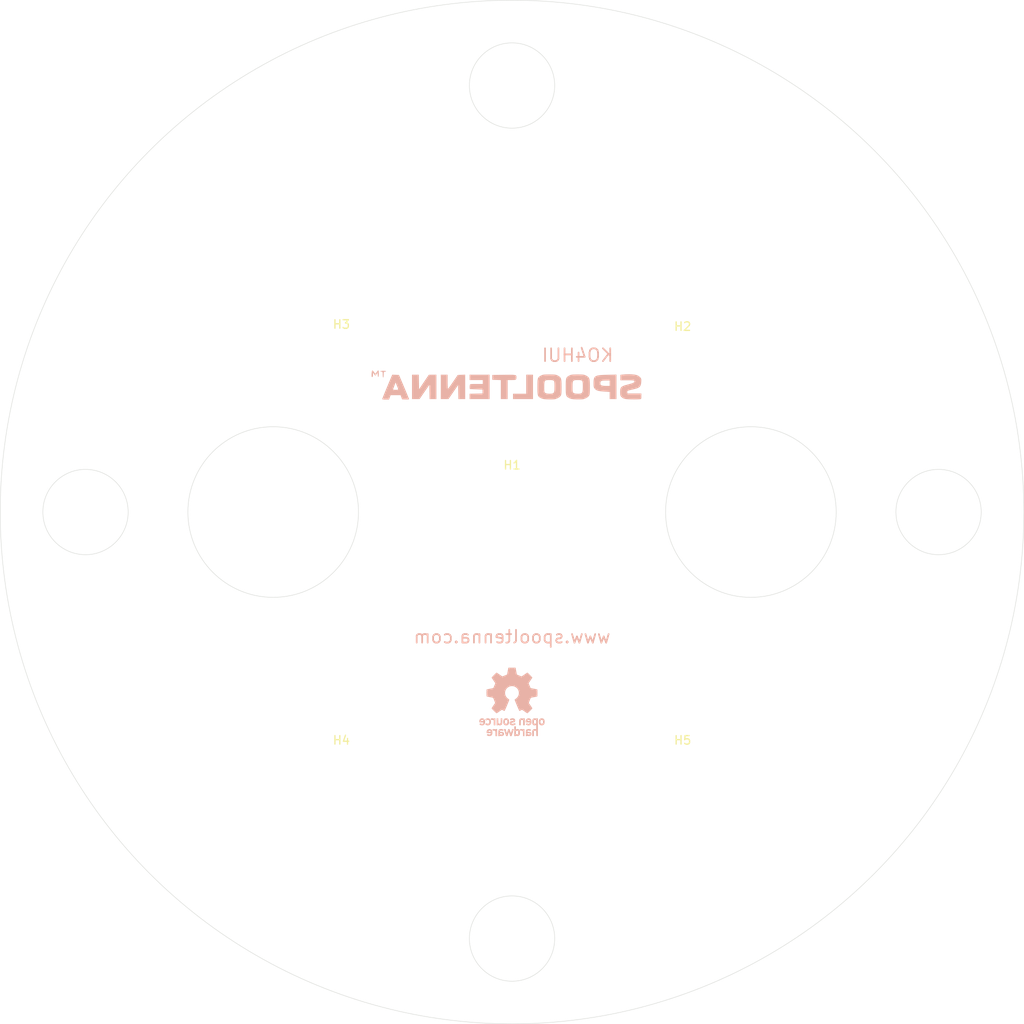
<source format=kicad_pcb>
(kicad_pcb (version 20240108) (generator "pcbnew") (generator_version "8.0")
  (layers (0 "F.Cu" signal) (31 "B.Cu" signal) (34 "B.Paste" user) (35 "F.Paste" user) (36 "B.SilkS" user "B.Silkscreen") (37 "F.SilkS" user "F.Silkscreen") (38 "B.Mask" user) (39 "F.Mask" user) (44 "Edge.Cuts" user))
  (net 0 "")
  (footprint "MountingHole:MountingHole_3.2mm_M3" (layer "F.Cu") (at 124.8 124.8)
    (property "Reference" "H5" (at -4.8 1.95 0) (layer "F.SilkS"))
    (property "Value" "MountingHole")
    (pad "" np_thru_hole circle (at 0 0) (size 3.2 3.2) (drill 3.2) (layers "*.Cu" "*.Mask"))
  )
  (footprint "MountingHole:MountingHole_8.4mm_M8" (layer "F.Cu") (at 100 100)
    (property "Reference" "H1" (at 0 -5.5 0) (layer "F.SilkS"))
    (property "Value" "MountingHole" (hide yes))
    (pad "" np_thru_hole circle (at 0 0) (size 8.4 8.4) (drill 8.4) (layers "*.Cu" "*.Mask"))
  )
  (footprint "MountingHole:MountingHole_3.2mm_M3" (layer "F.Cu") (at 75.2 75.2)
    (property "Reference" "H3" (at 4.8 2.8 0) (layer "F.SilkS"))
    (property "Value" "MountingHole")
    (pad "" np_thru_hole circle (at 0 0) (size 3.2 3.2) (drill 3.2) (layers "*.Cu" "*.Mask"))
  )
  (footprint "MountingHole:MountingHole_3.2mm_M3" (layer "F.Cu") (at 75.2 124.8)
    (property "Reference" "H4" (at 4.8 1.95 0) (layer "F.SilkS"))
    (property "Value" "MountingHole")
    (pad "" np_thru_hole circle (at 0 0) (size 3.2 3.2) (drill 3.2) (layers "*.Cu" "*.Mask"))
  )
  (footprint "MountingHole:MountingHole_3.2mm_M3" (layer "F.Cu") (at 124.8 75.2)
    (property "Reference" "H2" (at -4.8 3.05 0) (layer "F.SilkS"))
    (property "Value" "MountingHole")
    (pad "" np_thru_hole circle (at 0 0) (size 3.2 3.2) (drill 3.2) (layers "*.Cu" "*.Mask"))
  )
  (footprint "footprints:SPOOLTENNA_LOGO" (layer "B.Cu") (at 100 85.5 180)
    (property "Reference" "G***" (hide yes))
    (property "Value" "LOGO" (hide yes))
    (fp_poly (pts (xy -1.659009 0.486261) (xy -1.659009 -0.62928) (xy -0.886712 -0.62928) (xy -0.114414 -0.62928) (xy -0.114414 -0.943919) (xy -0.114414 -1.258559) (xy -1.287162 -1.258559) (xy -2.45991 -1.258559) (xy -2.45991 0.171621) (xy -2.45991 1.601802) (xy -2.059459 1.601802) (xy -1.659009 1.601802)) (fill solid) (layer "B.SilkS"))
    (fp_poly (pts (xy 11.727478 0.171621) (xy 11.727478 -1.258559) (xy 11.284122 -1.25844) (xy 10.840766 -1.258322) (xy 10.268694 -0.424926) (xy 9.696622 0.408469) (xy 9.680791 -0.425045) (xy 9.664959 -1.258559) (xy 9.266038 -1.258559) (xy 8.867117 -1.258559) (xy 8.867117 0.171621) (xy 8.867117 1.601802) (xy 9.310473 1.599488) (xy 9.753829 1.597175) (xy 10.325901 0.747996) (xy 10.897973 -0.101182) (xy 10.913765 0.75031) (xy 10.929557 1.601802) (xy 11.328517 1.601802) (xy 11.727478 1.601802)) (fill solid) (layer "B.SilkS"))
    (fp_poly (pts (xy 15.285534 2.050775) (xy 15.409487 2.028087) (xy 15.445946 2.002252) (xy 15.396989 1.959248) (xy 15.302928 1.945045) (xy 15.223666 1.937777) (xy 15.180872 1.898063) (xy 15.163352 1.799037) (xy 15.159913 1.613833) (xy 15.15991 1.601802) (xy 15.151225 1.418971) (xy 15.128538 1.295018) (xy 15.102703 1.258558) (xy 15.072231 1.310666) (xy 15.051572 1.44679) (xy 15.045496 1.601802) (xy 15.042467 1.792031) (xy 15.02592 1.894736) (xy 14.984659 1.936783) (xy 14.90749 1.945037) (xy 14.902478 1.945045) (xy 14.794967 1.964628) (xy 14.759459 2.002252) (xy 14.811567 2.032724) (xy 14.947691 2.053383) (xy 15.102703 2.059459)) (fill solid) (layer "B.SilkS"))
    (fp_poly (pts (xy 0.574929 1.592561) (xy 0.94795 1.588559) (xy 2.316892 1.573198) (xy 2.316892 1.287162) (xy 2.316892 1.001126) (xy 1.816329 0.984597) (xy 1.315766 0.968068) (xy 1.315766 -0.145245) (xy 1.315766 -1.258559) (xy 0.915315 -1.258559) (xy 0.514865 -1.258559) (xy 0.514865 -0.143018) (xy 0.514865 0.972522) (xy 0.034724 0.972522) (xy -0.219479 0.976982) (xy -0.38041 0.998891) (xy -0.469114 1.051047) (xy -0.506639 1.146246) (xy -0.51403 1.297284) (xy -0.513989 1.306143) (xy -0.511729 1.397302) (xy -0.497401 1.467588) (xy -0.457917 1.519529) (xy -0.380188 1.555655) (xy -0.251127 1.578492) (xy -0.057645 1.59057) (xy 0.213344 1.594417)) (fill solid) (layer "B.SilkS"))
    (fp_poly (pts (xy 5.92981 1.589906) (xy 6.367728 1.573198) (xy 6.916634 0.760615) (xy 7.09895 0.494101) (xy 7.260721 0.263989) (xy 7.390683 0.085796) (xy 7.477572 -0.024963) (xy 7.508446 -0.054588) (xy 7.523611 -0.001699) (xy 7.536422 0.14557) (xy 7.545841 0.367193) (xy 7.550828 0.643142) (xy 7.551351 0.772297) (xy 7.551351 1.601802) (xy 7.951802 1.601802) (xy 8.352252 1.601802) (xy 8.352252 0.171621) (xy 8.352252 -1.258559) (xy 7.901235 -1.258559) (xy 7.450217 -1.258559) (xy 6.885807 -0.436338) (xy 6.321396 0.385883) (xy 6.305565 -0.436338) (xy 6.289734 -1.258559) (xy 5.890813 -1.258559) (xy 5.491892 -1.258559) (xy 5.491892 0.174028) (xy 5.491892 1.606614)) (fill solid) (layer "B.SilkS"))
    (fp_poly (pts (xy 4.977027 1.287162) (xy 4.977027 0.972522) (xy 4.20473 0.972522) (xy 3.432432 0.972522) (xy 3.432432 0.743693) (xy 3.432432 0.514865) (xy 4.175036 0.514865) (xy 4.47814 0.514185) (xy 4.686019 0.509904) (xy 4.817861 0.49866) (xy 4.892857 0.47709) (xy 4.930196 0.441832) (xy 4.949065 0.389524) (xy 4.9518 0.378759) (xy 4.971225 0.215697) (xy 4.967192 0.078421) (xy 4.948423 -0.085811) (xy 4.20473 -0.114415) (xy 3.461036 -0.143018) (xy 3.461036 -0.371847) (xy 3.461036 -0.600676) (xy 4.219032 -0.616638) (xy 4.977027 -0.6326) (xy 4.977027 -0.94558) (xy 4.977027 -1.258559) (xy 3.804279 -1.258559) (xy 2.631532 -1.258559) (xy 2.631532 0.171621) (xy 2.631532 1.601802) (xy 3.804279 1.601802) (xy 4.977027 1.601802)) (fill solid) (layer "B.SilkS"))
    (fp_poly (pts (xy 15.73806 2.072763) (xy 15.828964 1.962982) (xy 15.860172 1.917149) (xy 15.948893 1.79292) (xy 16.01502 1.722705) (xy 16.027654 1.716924) (xy 16.078625 1.760562) (xy 16.160248 1.870698) (xy 16.191286 1.919105) (xy 16.28304 2.040098) (xy 16.362374 2.099636) (xy 16.381875 2.100469) (xy 16.4192 2.03477) (xy 16.448782 1.881643) (xy 16.463988 1.697355) (xy 16.468675 1.488994) (xy 16.456706 1.371549) (xy 16.423803 1.322193) (xy 16.392479 1.315766) (xy 16.335919 1.345575) (xy 16.30868 1.449863) (xy 16.30309 1.5875) (xy 16.302127 1.859234) (xy 16.183058 1.673311) (xy 16.097503 1.554075) (xy 16.034027 1.490584) (xy 16.024735 1.487387) (xy 15.972681 1.531567) (xy 15.893176 1.640994) (xy 15.873033 1.673311) (xy 15.760586 1.859234) (xy 15.743149 1.5875) (xy 15.721135 1.402608) (xy 15.690618 1.323878) (xy 15.658619 1.344113) (xy 15.632159 1.456118) (xy 15.618258 1.652697) (xy 15.617568 1.716216) (xy 15.625033 1.919285) (xy 15.644933 2.06158) (xy 15.673521 2.116636) (xy 15.674249 2.116666)) (fill solid) (layer "B.SilkS"))
    (fp_poly (pts (xy -11.169707 1.591784) (xy -10.696539 1.578466) (xy -10.325446 1.554021) (xy -10.044154 1.511075) (xy -9.840384 1.442251) (xy -9.701862 1.340175) (xy -9.616309 1.197472) (xy -9.571449 1.006767) (xy -9.555007 0.760686) (xy -9.553604 0.620939) (xy -9.556793 0.372903) (xy -9.570953 0.207662) (xy -9.602968 0.09367) (xy -9.659723 -0.000618) (xy -9.700299 -0.051145) (xy -9.817091 -0.162977) (xy -9.965082 -0.245881) (xy -10.16436 -0.305615) (xy -10.435009 -0.347937) (xy -10.797116 -0.378606) (xy -10.855068 -0.382226) (xy -11.441441 -0.41769) (xy -11.441441 -0.838124) (xy -11.441441 -1.258559) (xy -11.841892 -1.258559) (xy -12.242342 -1.258559) (xy -12.242342 0.17698) (xy -12.242342 0.600675) (xy -11.441441 0.600675) (xy -11.441441 0.286036) (xy -11.044715 0.286036) (xy -10.819814 0.294022) (xy -10.621789 0.314881) (xy -10.501247 0.341827) (xy -10.395054 0.408786) (xy -10.356741 0.525809) (xy -10.354504 0.587818) (xy -10.367682 0.734045) (xy -10.420035 0.829613) (xy -10.530795 0.88481) (xy -10.71919 0.909926) (xy -10.966622 0.915315) (xy -11.441441 0.915315) (xy -11.441441 0.600675) (xy -12.242342 0.600675) (xy -12.242342 1.612519)) (fill solid) (layer "B.SilkS"))
    (fp_poly (pts (xy 14.606524 0.262464) (xy 14.761475 -0.109133) (xy 14.902527 -0.45063) (xy 15.023314 -0.746353) (xy 15.11747 -0.980631) (xy 15.178631 -1.13779) (xy 15.199571 -1.197639) (xy 15.207742 -1.259229) (xy 15.176827 -1.294617) (xy 15.084166 -1.311008) (xy 14.907098 -1.315608) (xy 14.82807 -1.315766) (xy 14.425679 -1.315766) (xy 14.327365 -1.058334) (xy 14.229051 -0.800901) (xy 13.647969 -0.800901) (xy 13.066888 -0.800901) (xy 12.978435 -1.044032) (xy 12.889982 -1.287162) (xy 12.480352 -1.30397) (xy 12.280642 -1.306143) (xy 12.134828 -1.29625) (xy 12.071437 -1.276403) (xy 12.070721 -1.273639) (xy 12.092133 -1.210343) (xy 12.15248 -1.056045) (xy 12.245929 -0.825032) (xy 12.366646 -0.531595) (xy 12.508797 -0.190022) (xy 12.537981 -0.120558) (xy 13.359 -0.120558) (xy 13.403637 -0.161254) (xy 13.505254 -0.171857) (xy 13.646184 -0.171622) (xy 13.839325 -0.163896) (xy 13.932742 -0.138511) (xy 13.943864 -0.100113) (xy 13.911449 -0.012225) (xy 13.853022 0.14767) (xy 13.785458 0.333335) (xy 13.653988 0.695274) (xy 13.523742 0.375138) (xy 13.423376 0.128334) (xy 13.367021 -0.030463) (xy 13.359 -0.120558) (xy 12.537981 -0.120558) (xy 12.661463 0.173349) (xy 13.252205 1.573198) (xy 13.648287 1.588819) (xy 14.044369 1.60444)) (fill solid) (layer "B.SilkS"))
    (fp_poly (pts (xy -13.288964 1.647099) (xy -13.000338 1.621939) (xy -12.7 1.585865) (xy -12.699987 1.264892) (xy -12.699975 0.943919) (xy -13.514051 0.943919) (xy -13.841902 0.942124) (xy -14.071883 0.935603) (xy -14.220498 0.922647) (xy -14.304251 0.901549) (xy -14.339646 0.870601) (xy -14.343496 0.858108) (xy -14.342486 0.772832) (xy -14.295063 0.701939) (xy -14.185825 0.637073) (xy -13.999368 0.569878) (xy -13.720287 0.491998) (xy -13.622194 0.466821) (xy -13.272588 0.371732) (xy -13.020225 0.281363) (xy -12.849573 0.181152) (xy -12.745097 0.05654) (xy -12.691264 -0.107032) (xy -12.672538 -0.324126) (xy -12.671396 -0.424348) (xy -12.677751 -0.662672) (xy -12.701257 -0.819008) (xy -12.748576 -0.925304) (xy -12.785676 -0.972374) (xy -12.906683 -1.089822) (xy -13.038217 -1.174211) (xy -13.201876 -1.231161) (xy -13.419263 -1.266294) (xy -13.711978 -1.285232) (xy -14.015766 -1.292512) (xy -14.318978 -1.294739) (xy -14.596352 -1.292935) (xy -14.819814 -1.287542) (xy -14.961286 -1.279001) (xy -14.973986 -1.277436) (xy -15.078991 -1.257742) (xy -15.134419 -1.216659) (xy -15.156114 -1.124242) (xy -15.159916 -0.950549) (xy -15.159922 -0.925993) (xy -15.159935 -0.600676) (xy -14.34472 -0.600676) (xy -13.529504 -0.600676) (xy -13.511877 -0.448267) (xy -13.50478 -0.381341) (xy -13.513054 -0.332309) (xy -13.553796 -0.293215) (xy -13.644102 -0.256102) (xy -13.801072 -0.213014) (xy -14.041801 -0.155995) (xy -14.236304 -0.111152) (xy -14.574274 -0.02268) (xy -14.815283 0.072151) (xy -14.976408 0.18896) (xy -15.074727 0.343368) (xy -15.127318 0.550992) (xy -15.144926 0.719855) (xy -15.156542 0.936231) (xy -15.147743 1.07679) (xy -15.110351 1.179474) (xy -15.03619 1.282222) (xy -15.019393 1.30236) (xy -14.801149 1.477696) (xy -14.573161 1.572257) (xy -14.334844 1.619255) (xy -14.018177 1.648128) (xy -13.657953 1.657776)) (fill solid) (layer "B.SilkS"))
    (fp_poly (pts (xy -4.060599 1.628369) (xy -3.833973 1.62007) (xy -3.671221 1.602221) (xy -3.547095 1.571536) (xy -3.436345 1.524728) (xy -3.393307 1.502455) (xy -3.248642 1.420479) (xy -3.141821 1.339349) (xy -3.067116 1.24085) (xy -3.018799 1.106768) (xy -2.991142 0.918889) (xy -2.978416 0.658996) (xy -2.974894 0.308877) (xy -2.974775 0.171621) (xy -2.976574 -0.212676) (xy -2.985774 -0.500647) (xy -3.008078 -0.710368) (xy -3.049189 -0.859915) (xy -3.11481 -0.967363) (xy -3.210644 -1.050789) (xy -3.342396 -1.128268) (xy -3.393307 -1.154879) (xy -3.529266 -1.213918) (xy -3.683847 -1.253303) (xy -3.886222 -1.277728) (xy -4.165562 -1.291887) (xy -4.261937 -1.294662) (xy -4.537498 -1.297281) (xy -4.786972 -1.291638) (xy -4.978125 -1.278902) (xy -5.062838 -1.26566) (xy -5.35162 -1.157369) (xy -5.584614 -1.006783) (xy -5.70588 -0.873736) (xy -5.745257 -0.79769) (xy -5.773083 -0.696327) (xy -5.791229 -0.550214) (xy -5.801566 -0.339918) (xy -5.805964 -0.046007) (xy -5.806532 0.171621) (xy -5.806308 0.201456) (xy -4.977027 0.201456) (xy -4.972208 -0.122373) (xy -4.949462 -0.349115) (xy -4.896356 -0.495964) (xy -4.800458 -0.580114) (xy -4.649334 -0.618759) (xy -4.430552 -0.629096) (xy -4.376351 -0.62928) (xy -4.111293 -0.610294) (xy -3.929157 -0.556172) (xy -3.902819 -0.540225) (xy -3.846585 -0.49269) (xy -3.80989 -0.429084) (xy -3.788604 -0.326323) (xy -3.778602 -0.161325) (xy -3.775754 0.088994) (xy -3.775676 0.170779) (xy -3.779345 0.48764) (xy -3.79884 0.707727) (xy -3.84689 0.848641) (xy -3.936225 0.92798) (xy -4.079576 0.963345) (xy -4.289672 0.972334) (xy -4.355595 0.972522) (xy -4.605086 0.969459) (xy -4.776867 0.948275) (xy -4.88544 0.890976) (xy -4.945305 0.77957) (xy -4.970963 0.596065) (xy -4.976915 0.322467) (xy -4.977027 0.201456) (xy -5.806308 0.201456) (xy -5.80365 0.555206) (xy -5.790839 0.843139) (xy -5.761849 1.054125) (xy -5.71043 1.206869) (xy -5.630331 1.320074) (xy -5.515304 1.412444) (xy -5.362339 1.500953) (xy -5.249337 1.555189) (xy -5.133424 1.5919) (xy -4.989267 1.614411) (xy -4.791535 1.626049) (xy -4.514898 1.630138) (xy -4.376351 1.630405)) (fill solid) (layer "B.SilkS"))
    (fp_poly (pts (xy -7.378617 1.628369) (xy -7.151991 1.62007) (xy -6.989239 1.602221) (xy -6.865113 1.571536) (xy -6.754363 1.524728) (xy -6.711325 1.502455) (xy -6.56666 1.420479) (xy -6.459839 1.339349) (xy -6.385134 1.24085) (xy -6.336817 1.106768) (xy -6.30916 0.918889) (xy -6.296434 0.658996) (xy -6.292912 0.308877) (xy -6.292793 0.171621) (xy -6.294592 -0.212676) (xy -6.303792 -0.500647) (xy -6.326096 -0.710368) (xy -6.367207 -0.859915) (xy -6.432828 -0.967363) (xy -6.528662 -1.050789) (xy -6.660414 -1.128268) (xy -6.711325 -1.154879) (xy -6.847284 -1.213918) (xy -7.001865 -1.253303) (xy -7.20424 -1.277728) (xy -7.48358 -1.291887) (xy -7.579955 -1.294662) (xy -7.855516 -1.297281) (xy -8.10499 -1.291638) (xy -8.296143 -1.278902) (xy -8.380856 -1.26566) (xy -8.669638 -1.157369) (xy -8.902632 -1.006783) (xy -9.023898 -0.873736) (xy -9.063275 -0.79769) (xy -9.091101 -0.696327) (xy -9.109247 -0.550214) (xy -9.119584 -0.339918) (xy -9.123982 -0.046007) (xy -9.12455 0.171621) (xy -9.124326 0.201456) (xy -8.295045 0.201456) (xy -8.290226 -0.122373) (xy -8.26748 -0.349115) (xy -8.214374 -0.495964) (xy -8.118476 -0.580114) (xy -7.967352 -0.618759) (xy -7.74857 -0.629096) (xy -7.694369 -0.62928) (xy -7.429312 -0.610294) (xy -7.247175 -0.556172) (xy -7.220837 -0.540225) (xy -7.164603 -0.49269) (xy -7.127908 -0.429084) (xy -7.106623 -0.326323) (xy -7.09662 -0.161325) (xy -7.093772 0.088994) (xy -7.093694 0.170779) (xy -7.097363 0.48764) (xy -7.116858 0.707727) (xy -7.164908 0.848641) (xy -7.254243 0.92798) (xy -7.397594 0.963345) (xy -7.60769 0.972334) (xy -7.673613 0.972522) (xy -7.923104 0.969459) (xy -8.094885 0.948275) (xy -8.203458 0.890976) (xy -8.263323 0.77957) (xy -8.288981 0.596065) (xy -8.294933 0.322467) (xy -8.295045 0.201456) (xy -9.124326 0.201456) (xy -9.121668 0.555206) (xy -9.108857 0.843139) (xy -9.079867 1.054125) (xy -9.028448 1.206869) (xy -8.948349 1.320074) (xy -8.833322 1.412444) (xy -8.680357 1.500953) (xy -8.567355 1.555189) (xy -8.451442 1.5919) (xy -8.307285 1.614411) (xy -8.109553 1.626049) (xy -7.832916 1.630138) (xy -7.694369 1.630405)) (fill solid) (layer "B.SilkS"))
  )
  (footprint "Symbol:OSHW-Logo_7.5x8mm_SilkScreen" (layer "B.Cu") (at 100 122.25 180)
    (property "Reference" "REF**" (hide yes))
    (property "Value" "OSHW-Logo_7.5x8mm_SilkScreen" (hide yes))
    (fp_poly (pts (xy 2.391388 -1.937645) (xy 2.448865 -1.955206) (xy 2.485872 -1.977395) (xy 2.497927 -1.994942) (xy 2.494609 -2.015742) (xy 2.473079 -2.048419) (xy 2.454874 -2.071562) (xy 2.417344 -2.113402) (xy 2.389148 -2.131005) (xy 2.365111 -2.129856) (xy 2.293808 -2.11171) (xy 2.241442 -2.112534) (xy 2.198918 -2.133098) (xy 2.184642 -2.145134) (xy 2.138947 -2.187483) (xy 2.138947 -2.740526) (xy 1.955131 -2.740526) (xy 1.955131 -1.938421) (xy 2.047039 -1.938421) (xy 2.102219 -1.940603) (xy 2.130688 -1.948351) (xy 2.138943 -1.963468) (xy 2.138947 -1.963916) (xy 2.142845 -1.979749) (xy 2.160474 -1.977684) (xy 2.184901 -1.966261) (xy 2.23535 -1.945005) (xy 2.276316 -1.932216) (xy 2.329028 -1.928938) (xy 2.391388 -1.937645)) (stroke (width 0.01)) (fill solid) (layer "B.SilkS"))
    (fp_poly (pts (xy 2.173167 -3.191447) (xy 2.237408 -3.204112) (xy 2.27398 -3.222864) (xy 2.312453 -3.254017) (xy 2.257717 -3.323127) (xy 2.223969 -3.364979) (xy 2.201053 -3.385398) (xy 2.178279 -3.388517) (xy 2.144956 -3.378472) (xy 2.129314 -3.372789) (xy 2.065542 -3.364404) (xy 2.00714 -3.382378) (xy 1.964264 -3.422982) (xy 1.957299 -3.435929) (xy 1.949713 -3.470224) (xy 1.943859 -3.533427) (xy 1.940011 -3.62106) (xy 1.938443 -3.72864) (xy 1.938421 -3.743944) (xy 1.938421 -4.010526) (xy 1.754605 -4.010526) (xy 1.754605 -3.19171) (xy 1.846513 -3.19171) (xy 1.899507 -3.193094) (xy 1.927115 -3.199252) (xy 1.937324 -3.213194) (xy 1.938421 -3.226344) (xy 1.938421 -3.260978) (xy 1.98245 -3.226344) (xy 2.032937 -3.202716) (xy 2.10076 -3.191033) (xy 2.173167 -3.191447)) (stroke (width 0.01)) (fill solid) (layer "B.SilkS"))
    (fp_poly (pts (xy -1.320119 -3.193486) (xy -1.295112 -3.200982) (xy -1.28705 -3.217451) (xy -1.286711 -3.224886) (xy -1.285264 -3.245594) (xy -1.275302 -3.248845) (xy -1.248388 -3.234648) (xy -1.232402 -3.224948) (xy -1.181967 -3.204175) (xy -1.121728 -3.193904) (xy -1.058566 -3.193114) (xy -0.999363 -3.200786) (xy -0.950998 -3.215898) (xy -0.920354 -3.237432) (xy -0.914311 -3.264366) (xy -0.917361 -3.27166) (xy -0.939594 -3.301937) (xy -0.97407 -3.339175) (xy -0.980306 -3.345195) (xy -1.013167 -3.372875) (xy -1.04152 -3.381818) (xy -1.081173 -3.375576) (xy -1.097058 -3.371429) (xy -1.146491 -3.361467) (xy -1.181248 -3.365947) (xy -1.2106 -3.381746) (xy -1.237487 -3.402949) (xy -1.25729 -3.429614) (xy -1.271052 -3.466827) (xy -1.279816 -3.519673) (xy -1.284626 -3.593237) (xy -1.286526 -3.692605) (xy -1.286711 -3.752601) (xy -1.286711 -4.010526) (xy -1.453816 -4.010526) (xy -1.453816 -3.19171) (xy -1.370264 -3.19171) (xy -1.320119 -3.193486)) (stroke (width 0.01)) (fill solid) (layer "B.SilkS"))
    (fp_poly (pts (xy 1.320131 -2.198533) (xy 1.32171 -2.321089) (xy 1.327481 -2.414179) (xy 1.338991 -2.481651) (xy 1.35779 -2.527355) (xy 1.385426 -2.555139) (xy 1.423448 -2.568854) (xy 1.470526 -2.572358) (xy 1.519832 -2.568432) (xy 1.557283 -2.554089) (xy 1.584428 -2.525478) (xy 1.602815 -2.478751) (xy 1.613993 -2.410058) (xy 1.619511 -2.31555) (xy 1.620921 -2.198533) (xy 1.620921 -1.938421) (xy 1.804736 -1.938421) (xy 1.804736 -2.740526) (xy 1.712828 -2.740526) (xy 1.657422 -2.738281) (xy 1.628891 -2.730396) (xy 1.620921 -2.715428) (xy 1.61612 -2.702097) (xy 1.597014 -2.704917) (xy 1.558504 -2.723783) (xy 1.470239 -2.752887) (xy 1.376623 -2.750825) (xy 1.286921 -2.719221) (xy 1.244204 -2.694257) (xy 1.211621 -2.667226) (xy 1.187817 -2.633405) (xy 1.171439 -2.588068) (xy 1.161131 -2.526489) (xy 1.155541 -2.443943) (xy 1.153312 -2.335705) (xy 1.153026 -2.252004) (xy 1.153026 -1.938421) (xy 1.320131 -1.938421) (xy 1.320131 -2.198533)) (stroke (width 0.01)) (fill solid) (layer "B.SilkS"))
    (fp_poly (pts (xy -1.002043 -1.952226) (xy -0.960454 -1.97209) (xy -0.920175 -2.000784) (xy -0.88949 -2.033809) (xy -0.867139 -2.075931) (xy -0.851864 -2.131915) (xy -0.842408 -2.206528) (xy -0.837513 -2.304535) (xy -0.835919 -2.430702) (xy -0.835894 -2.443914) (xy -0.835527 -2.740526) (xy -1.019343 -2.740526) (xy -1.019343 -2.467081) (xy -1.019473 -2.365777) (xy -1.020379 -2.292353) (xy -1.022827 -2.241271) (xy -1.027586 -2.20699) (xy -1.035426 -2.183971) (xy -1.047115 -2.166673) (xy -1.063398 -2.149581) (xy -1.120366 -2.112857) (xy -1.182555 -2.106042) (xy -1.241801 -2.129261) (xy -1.262405 -2.146543) (xy -1.27753 -2.162791) (xy -1.28839 -2.180191) (xy -1.29569 -2.204212) (xy -1.300137 -2.240322) (xy -1.302436 -2.293988) (xy -1.303296 -2.37068) (xy -1.303422 -2.464043) (xy -1.303422 -2.740526) (xy -1.487237 -2.740526) (xy -1.487237 -1.938421) (xy -1.395329 -1.938421) (xy -1.340149 -1.940603) (xy -1.31168 -1.948351) (xy -1.303425 -1.963468) (xy -1.303422 -1.963916) (xy -1.299592 -1.97872) (xy -1.282699 -1.97704) (xy -1.249112 -1.960773) (xy -1.172937 -1.93684) (xy -1.0858 -1.934178) (xy -1.002043 -1.952226)) (stroke (width 0.01)) (fill solid) (layer "B.SilkS"))
    (fp_poly (pts (xy 2.946576 -1.945419) (xy 3.043395 -1.986549) (xy 3.07389 -2.006571) (xy 3.112865 -2.03734) (xy 3.137331 -2.061533) (xy 3.141578 -2.069413) (xy 3.129584 -2.086899) (xy 3.098887 -2.11657) (xy 3.074312 -2.137279) (xy 3.007046 -2.191336) (xy 2.95393 -2.146642) (xy 2.912884 -2.117789) (xy 2.872863 -2.107829) (xy 2.827059 -2.110261) (xy 2.754324 -2.128345) (xy 2.704256 -2.165881) (xy 2.673829 -2.226562) (xy 2.660017 -2.314081) (xy 2.660013 -2.314136) (xy 2.661208 -2.411958) (xy 2.679772 -2.48373) (xy 2.716804 -2.532595) (xy 2.74205 -2.549143) (xy 2.809097 -2.569749) (xy 2.880709 -2.569762) (xy 2.943015 -2.549768) (xy 2.957763 -2.54) (xy 2.99475 -2.515047) (xy 3.023668 -2.510958) (xy 3.054856 -2.52953) (xy 3.089336 -2.562887) (xy 3.143912 -2.619196) (xy 3.083318 -2.669142) (xy 2.989698 -2.725513) (xy 2.884125 -2.753293) (xy 2.773798 -2.751282) (xy 2.701343 -2.732862) (xy 2.616656 -2.68731) (xy 2.548927 -2.61565) (xy 2.518157 -2.565066) (xy 2.493236 -2.492488) (xy 2.480766 -2.400569) (xy 2.48067 -2.300948) (xy 2.49287 -2.205267) (xy 2.51729 -2.125169) (xy 2.521136 -2.116956) (xy 2.578093 -2.036413) (xy 2.655209 -1.977771) (xy 2.74639 -1.942247) (xy 2.845543 -1.931057) (xy 2.946576 -1.945419)) (stroke (width 0.01)) (fill solid) (layer "B.SilkS"))
    (fp_poly (pts (xy 0.811669 -1.94831) (xy 0.896192 -1.99434) (xy 0.962321 -2.067006) (xy 0.993478 -2.126106) (xy 1.006855 -2.178305) (xy 1.015522 -2.252719) (xy 1.019237 -2.338442) (xy 1.017754 -2.424569) (xy 1.010831 -2.500193) (xy 1.002745 -2.540584) (xy 0.975465 -2.59584) (xy 0.92822 -2.65453) (xy 0.871282 -2.705852) (xy 0.814924 -2.739005) (xy 0.81355 -2.739531) (xy 0.743616 -2.754018) (xy 0.660737 -2.754377) (xy 0.581977 -2.741188) (xy 0.551566 -2.730617) (xy 0.473239 -2.686201) (xy 0.417143 -2.628007) (xy 0.380286 -2.550965) (xy 0.35968 -2.450001) (xy 0.355018 -2.397116) (xy 0.355613 -2.330663) (xy 0.534736 -2.330663) (xy 0.54077 -2.42763) (xy 0.558138 -2.501523) (xy 0.58574 -2.548736) (xy 0.605404 -2.562237) (xy 0.655787 -2.571651) (xy 0.715673 -2.568864) (xy 0.767449 -2.555316) (xy 0.781027 -2.547862) (xy 0.816849 -2.504451) (xy 0.840493 -2.438014) (xy 0.850558 -2.357161) (xy 0.845642 -2.270502) (xy 0.834655 -2.218349) (xy 0.803109 -2.157951) (xy 0.753311 -2.120197) (xy 0.693337 -2.107143) (xy 0.631264 -2.120849) (xy 0.583582 -2.154372) (xy 0.558525 -2.182031) (xy 0.5439 -2.209294) (xy 0.536929 -2.24619) (xy 0.534833 -2.30275) (xy 0.534736 -2.330663) (xy 0.355613 -2.330663) (xy 0.356282 -2.255994) (xy 0.379265 -2.140271) (xy 0.423972 -2.049941) (xy 0.490405 -1.985) (xy 0.578565 -1.945445) (xy 0.597495 -1.940858) (xy 0.711266 -1.93009) (xy 0.811669 -1.94831)) (stroke (width 0.01)) (fill solid) (layer "B.SilkS"))
    (fp_poly (pts (xy 0.37413 -3.195104) (xy 0.44022 -3.200066) (xy 0.526626 -3.459079) (xy 0.613031 -3.718092) (xy 0.640124 -3.626184) (xy 0.656428 -3.569384) (xy 0.677875 -3.492625) (xy 0.701035 -3.408251) (xy 0.71328 -3.362993) (xy 0.759344 -3.19171) (xy 0.949387 -3.19171) (xy 0.892582 -3.371349) (xy 0.864607 -3.459704) (xy 0.830813 -3.566281) (xy 0.79552 -3.677454) (xy 0.764013 -3.776579) (xy 0.69225 -4.002171) (xy 0.537286 -4.012253) (xy 0.49527 -3.873528) (xy 0.469359 -3.787351) (xy 0.441083 -3.692347) (xy 0.416369 -3.608441) (xy 0.415394 -3.605102) (xy 0.396935 -3.548248) (xy 0.380649 -3.509456) (xy 0.369242 -3.494787) (xy 0.366898 -3.496483) (xy 0.358671 -3.519225) (xy 0.343038 -3.56794) (xy 0.321904 -3.636502) (xy 0.29717 -3.718785) (xy 0.283787 -3.764046) (xy 0.211311 -4.010526) (xy 0.057495 -4.010526) (xy -0.065469 -3.622006) (xy -0.100012 -3.513022) (xy -0.131479 -3.414048) (xy -0.158384 -3.329736) (xy -0.179241 -3.264734) (xy -0.192562 -3.223692) (xy -0.196612 -3.211701) (xy -0.193406 -3.199423) (xy -0.168235 -3.194046) (xy -0.115854 -3.194584) (xy -0.107655 -3.19499) (xy -0.010518 -3.200066) (xy 0.0531 -3.434013) (xy 0.076484 -3.519333) (xy 0.097381 -3.594335) (xy 0.113951 -3.652507) (xy 0.124354 -3.687337) (xy 0.126276 -3.693016) (xy 0.134241 -3.686486) (xy 0.150304 -3.652654) (xy 0.172621 -3.596127) (xy 0.199345 -3.52151) (xy 0.221937 -3.454107) (xy 0.308041 -3.190143) (xy 0.37413 -3.195104)) (stroke (width 0.01)) (fill solid) (layer "B.SilkS"))
    (fp_poly (pts (xy -0.267369 -4.010526) (xy -0.359277 -4.010526) (xy -0.412623 -4.008962) (xy -0.440407 -4.002485) (xy -0.45041 -3.988418) (xy -0.451185 -3.978906) (xy -0.452872 -3.959832) (xy -0.46351 -3.956174) (xy -0.491465 -3.967932) (xy -0.513205 -3.978906) (xy -0.596668 -4.004911) (xy -0.687396 -4.006416) (xy -0.761158 -3.987021) (xy -0.829846 -3.940165) (xy -0.882206 -3.871004) (xy -0.910878 -3.789427) (xy -0.911608 -3.784866) (xy -0.915868 -3.735101) (xy -0.917986 -3.663659) (xy -0.917816 -3.609626) (xy -0.73528 -3.609626) (xy -0.731051 -3.681441) (xy -0.721432 -3.740634) (xy -0.70841 -3.77406) (xy -0.659144 -3.81974) (xy -0.60065 -3.836115) (xy -0.540329 -3.822873) (xy -0.488783 -3.783373) (xy -0.469262 -3.756807) (xy -0.457848 -3.725106) (xy -0.452502 -3.678832) (xy -0.451185 -3.609328) (xy -0.453542 -3.540499) (xy -0.459767 -3.480026) (xy -0.468592 -3.439556) (xy -0.470063 -3.435929) (xy -0.505653 -3.392802) (xy -0.5576 -3.369124) (xy -0.615722 -3.365301) (xy -0.66984 -3.381738) (xy -0.709774 -3.41884) (xy -0.713917 -3.426222) (xy -0.726884 -3.471239) (xy -0.733948 -3.535967) (xy -0.73528 -3.609626) (xy -0.917816 -3.609626) (xy -0.917729 -3.58223) (xy -0.916528 -3.538405) (xy -0.908355 -3.429988) (xy -0.89137 -3.348588) (xy -0.863113 -3.288412) (xy -0.821128 -3.243666) (xy -0.780368 -3.2174) (xy -0.723419 -3.198935) (xy -0.652589 -3.192602) (xy -0.580059 -3.19776) (xy -0.518014 -3.213769) (xy -0.485232 -3.23292) (xy -0.451185 -3.263732) (xy -0.451185 -2.87421) (xy -0.267369 -2.87421) (xy -0.267369 -4.010526)) (stroke (width 0.01)) (fill solid) (layer "B.SilkS"))
    (fp_poly (pts (xy -3.373216 -1.947104) (xy -3.285795 -1.985754) (xy -3.21943 -2.05029) (xy -3.174024 -2.140812) (xy -3.149482 -2.257418) (xy -3.147723 -2.275624) (xy -3.146344 -2.403984) (xy -3.164216 -2.516496) (xy -3.20025 -2.607688) (xy -3.219545 -2.637022) (xy -3.286755 -2.699106) (xy -3.37235 -2.739316) (xy -3.46811 -2.756003) (xy -3.565813 -2.747517) (xy -3.640083 -2.72138) (xy -3.703953 -2.677335) (xy -3.756154 -2.619587) (xy -3.757057 -2.618236) (xy -3.778256 -2.582593) (xy -3.792033 -2.546752) (xy -3.800376 -2.501519) (xy -3.805273 -2.437701) (xy -3.807431 -2.385368) (xy -3.808329 -2.33791) (xy -3.641257 -2.33791) (xy -3.639624 -2.385154) (xy -3.633696 -2.448046) (xy -3.623239 -2.488407) (xy -3.604381 -2.517122) (xy -3.586719 -2.533896) (xy -3.524106 -2.569016) (xy -3.458592 -2.57371) (xy -3.397579 -2.54844) (xy -3.367072 -2.520124) (xy -3.345089 -2.491589) (xy -3.332231 -2.464284) (xy -3.326588 -2.42875) (xy -3.326249 -2.375524) (xy -3.327988 -2.326506) (xy -3.331729 -2.256482) (xy -3.337659 -2.211064) (xy -3.348347 -2.18144) (xy -3.366361 -2.158797) (xy -3.380637 -2.145855) (xy -3.440349 -2.11186) (xy -3.504766 -2.110165) (xy -3.558781 -2.130301) (xy -3.60486 -2.172352) (xy -3.632311 -2.241428) (xy -3.641257 -2.33791) (xy -3.808329 -2.33791) (xy -3.809401 -2.281299) (xy -3.806036 -2.203468) (xy -3.795955 -2.14493) (xy -3.777774 -2.098737) (xy -3.75011 -2.057942) (xy -3.739854 -2.045828) (xy -3.675722 -1.985474) (xy -3.606934 -1.95022) (xy -3.522811 -1.93545) (xy -3.481791 -1.934243) (xy -3.373216 -1.947104)) (stroke (width 0.01)) (fill solid) (layer "B.SilkS"))
    (fp_poly (pts (xy 3.558784 -1.935554) (xy 3.601574 -1.945949) (xy 3.683609 -1.984013) (xy 3.753757 -2.042149) (xy 3.802305 -2.111852) (xy 3.808975 -2.127502) (xy 3.818124 -2.168496) (xy 3.824529 -2.229138) (xy 3.82671 -2.29043) (xy 3.82671 -2.406316) (xy 3.584407 -2.406316) (xy 3.484471 -2.406693) (xy 3.414069 -2.408987) (xy 3.369313 -2.414938) (xy 3.346315 -2.426285) (xy 3.341189 -2.444771) (xy 3.350048 -2.472136) (xy 3.365917 -2.504155) (xy 3.410184 -2.557592) (xy 3.471699 -2.584215) (xy 3.546885 -2.583347) (xy 3.632053 -2.554371) (xy 3.705659 -2.518611) (xy 3.766734 -2.566904) (xy 3.82781 -2.615197) (xy 3.770351 -2.668285) (xy 3.693641 -2.718445) (xy 3.599302 -2.748688) (xy 3.497827 -2.757151) (xy 3.399711 -2.741974) (xy 3.383881 -2.736824) (xy 3.297647 -2.691791) (xy 3.233501 -2.624652) (xy 3.190091 -2.533405) (xy 3.166064 -2.416044) (xy 3.165784 -2.413529) (xy 3.163633 -2.285627) (xy 3.172329 -2.239997) (xy 3.342105 -2.239997) (xy 3.357697 -2.247013) (xy 3.400029 -2.252388) (xy 3.462434 -2.255457) (xy 3.501981 -2.255921) (xy 3.575728 -2.25563) (xy 3.62184 -2.253783) (xy 3.6461 -2.248912) (xy 3.654294 -2.239555) (xy 3.652206 -2.224245) (xy 3.650455 -2.218322) (xy 3.62056 -2.162668) (xy 3.573542 -2.117815) (xy 3.532049 -2.098105) (xy 3.476926 -2.099295) (xy 3.421068 -2.123875) (xy 3.374212 -2.16457) (xy 3.346094 -2.214108) (xy 3.342105 -2.239997) (xy 3.172329 -2.239997) (xy 3.185074 -2.173133) (xy 3.227611 -2.078727) (xy 3.288747 -2.005088) (xy 3.365985 -1.954893) (xy 3.45683 -1.930822) (xy 3.558784 -1.935554)) (stroke (width 0.01)) (fill solid) (layer "B.SilkS"))
    (fp_poly (pts (xy 0.018628 -1.935547) (xy 0.081908 -1.947548) (xy 0.147557 -1.972648) (xy 0.154572 -1.975848) (xy 0.204356 -2.002026) (xy 0.238834 -2.026353) (xy 0.249978 -2.041937) (xy 0.239366 -2.067353) (xy 0.213588 -2.104853) (xy 0.202146 -2.118852) (xy 0.154992 -2.173954) (xy 0.094201 -2.138086) (xy 0.036347 -2.114192) (xy -0.0305 -2.10142) (xy -0.094606 -2.100613) (xy -0.144236 -2.112615) (xy -0.156146 -2.120105) (xy -0.178828 -2.15445) (xy -0.181584 -2.194013) (xy -0.164612 -2.22492) (xy -0.154573 -2.230913) (xy -0.12449 -2.238357) (xy -0.071611 -2.247106) (xy -0.006425 -2.255467) (xy 0.0056 -2.256778) (xy 0.110297 -2.274888) (xy 0.186232 -2.305651) (xy 0.236592 -2.351907) (xy 0.264564 -2.416497) (xy 0.273278 -2.495387) (xy 0.26124 -2.585065) (xy 0.222151 -2.655486) (xy 0.155855 -2.706777) (xy 0.062194 -2.739067) (xy -0.041777 -2.751807) (xy -0.126562 -2.751654) (xy -0.195335 -2.740083) (xy -0.242303 -2.724109) (xy -0.30165 -2.696275) (xy -0.356494 -2.663973) (xy -0.375987 -2.649755) (xy -0.426119 -2.608835) (xy -0.305197 -2.486477) (xy -0.236457 -2.531967) (xy -0.167512 -2.566133) (xy -0.093889 -2.584004) (xy -0.023117 -2.585889) (xy 0.037274 -2.572101) (xy 0.079757 -2.542949) (xy 0.093474 -2.518352) (xy 0.091417 -2.478904) (xy 0.05733 -2.448737) (xy -0.008692 -2.427906) (xy -0.081026 -2.418279) (xy -0.192348 -2.39991) (xy -0.275048 -2.365254) (xy -0.330235 -2.313297) (xy -0.359012 -2.243023) (xy -0.362999 -2.159707) (xy -0.343307 -2.072681) (xy -0.298411 -2.006902) (xy -0.227909 -1.962068) (xy -0.131399 -1.937879) (xy -0.0599 -1.933137) (xy 0.018628 -1.935547)) (stroke (width 0.01)) (fill solid) (layer "B.SilkS"))
    (fp_poly (pts (xy 2.701193 -3.196078) (xy 2.781068 -3.216845) (xy 2.847962 -3.259705) (xy 2.880351 -3.291723) (xy 2.933445 -3.367413) (xy 2.963873 -3.455216) (xy 2.974327 -3.56315) (xy 2.97438 -3.571875) (xy 2.974473 -3.659605) (xy 2.469534 -3.659605) (xy 2.480298 -3.705559) (xy 2.499732 -3.747178) (xy 2.533745 -3.790544) (xy 2.54086 -3.797467) (xy 2.602003 -3.834935) (xy 2.671729 -3.841289) (xy 2.751987 -3.816638) (xy 2.765592 -3.81) (xy 2.807319 -3.789819) (xy 2.835268 -3.778321) (xy 2.840145 -3.777258) (xy 2.857168 -3.787583) (xy 2.889633 -3.812845) (xy 2.906114 -3.82665) (xy 2.940264 -3.858361) (xy 2.951478 -3.879299) (xy 2.943695 -3.89856) (xy 2.939535 -3.903827) (xy 2.911357 -3.926878) (xy 2.864862 -3.954892) (xy 2.832434 -3.971246) (xy 2.740385 -4.000059) (xy 2.638476 -4.009395) (xy 2.541963 -3.998332) (xy 2.514934 -3.990412) (xy 2.431276 -3.945581) (xy 2.369266 -3.876598) (xy 2.328545 -3.782794) (xy 2.308755 -3.663498) (xy 2.306582 -3.601118) (xy 2.312926 -3.510298) (xy 2.473157 -3.510298) (xy 2.488655 -3.517012) (xy 2.530312 -3.52228) (xy 2.590876 -3.525389) (xy 2.631907 -3.525921) (xy 2.705711 -3.525408) (xy 2.752293 -3.523006) (xy 2.777848 -3.517422) (xy 2.788569 -3.507361) (xy 2.790657 -3.492763) (xy 2.776331 -3.447796) (xy 2.740262 -3.403353) (xy 2.692815 -3.369242) (xy 2.645349 -3.355288) (xy 2.580879 -3.367666) (xy 2.52507 -3.403452) (xy 2.486374 -3.455033) (xy 2.473157 -3.510298) (xy 2.312926 -3.510298) (xy 2.315821 -3.468866) (xy 2.344336 -3.363498) (xy 2.392729 -3.284178) (xy 2.461604 -3.230071) (xy 2.551565 -3.200343) (xy 2.6003 -3.194618) (xy 2.701193 -3.196078)) (stroke (width 0.01)) (fill solid) (layer "B.SilkS"))
    (fp_poly (pts (xy -1.802982 -1.957027) (xy -1.78633 -1.964866) (xy -1.728695 -2.007086) (xy -1.674195 -2.0687) (xy -1.633501 -2.136543) (xy -1.621926 -2.167734) (xy -1.611366 -2.223449) (xy -1.605069 -2.290781) (xy -1.604304 -2.318585) (xy -1.604211 -2.406316) (xy -2.10915 -2.406316) (xy -2.098387 -2.45227) (xy -2.071967 -2.50662) (xy -2.025778 -2.553591) (xy -1.970828 -2.583848) (xy -1.935811 -2.590131) (xy -1.888323 -2.582506) (xy -1.831665 -2.563383) (xy -1.812418 -2.554584) (xy -1.741241 -2.519036) (xy -1.680498 -2.565367) (xy -1.645448 -2.596703) (xy -1.626798 -2.622567) (xy -1.625853 -2.630158) (xy -1.642515 -2.648556) (xy -1.67903 -2.676515) (xy -1.712172 -2.698327) (xy -1.801607 -2.737537) (xy -1.901871 -2.755285) (xy -2.001246 -2.75067) (xy -2.080461 -2.726551) (xy -2.16212 -2.674884) (xy -2.220151 -2.606856) (xy -2.256454 -2.518843) (xy -2.272928 -2.407216) (xy -2.274389 -2.356138) (xy -2.268543 -2.239091) (xy -2.267825 -2.235686) (xy -2.100511 -2.235686) (xy -2.095903 -2.246662) (xy -2.076964 -2.252715) (xy -2.037902 -2.25531) (xy -1.972923 -2.25591) (xy -1.947903 -2.255921) (xy -1.871779 -2.255014) (xy -1.823504 -2.25172) (xy -1.79754 -2.245181) (xy -1.788352 -2.234537) (xy -1.788027 -2.231119) (xy -1.798513 -2.203956) (xy -1.824758 -2.165903) (xy -1.836041 -2.152579) (xy -1.877928 -2.114896) (xy -1.921591 -2.10008) (xy -1.945115 -2.098842) (xy -2.008757 -2.114329) (xy -2.062127 -2.15593) (xy -2.095981 -2.216353) (xy -2.096581 -2.218322) (xy -2.100511 -2.235686) (xy -2.267825 -2.235686) (xy -2.249101 -2.146928) (xy -2.214078 -2.07319) (xy -2.171244 -2.020848) (xy -2.092052 -1.964092) (xy -1.99896 -1.933762) (xy -1.899945 -1.931021) (xy -1.802982 -1.957027)) (stroke (width 0.01)) (fill solid) (layer "B.SilkS"))
    (fp_poly (pts (xy 1.379992 -3.196673) (xy 1.450427 -3.21378) (xy 1.470787 -3.222844) (xy 1.510253 -3.246583) (xy 1.540541 -3.273321) (xy 1.562952 -3.307699) (xy 1.578786 -3.35436) (xy 1.589343 -3.417946) (xy 1.595924 -3.503099) (xy 1.599828 -3.614462) (xy 1.60131 -3.688849) (xy 1.606765 -4.010526) (xy 1.51358 -4.010526) (xy 1.457047 -4.008156) (xy 1.427922 -4.000055) (xy 1.420394 -3.986451) (xy 1.41642 -3.971741) (xy 1.398652 -3.974554) (xy 1.37444 -3.986348) (xy 1.313828 -4.004427) (xy 1.235929 -4.009299) (xy 1.153995 -4.00133) (xy 1.081281 -3.980889) (xy 1.074759 -3.978051) (xy 1.008302 -3.931365) (xy 0.964491 -3.866464) (xy 0.944332 -3.7906) (xy 0.945872 -3.763344) (xy 1.110345 -3.763344) (xy 1.124837 -3.800024) (xy 1.167805 -3.826309) (xy 1.237129 -3.840417) (xy 1.274177 -3.84229) (xy 1.335919 -3.837494) (xy 1.37696 -3.818858) (xy 1.386973 -3.81) (xy 1.4141 -3.761806) (xy 1.420394 -3.718092) (xy 1.420394 -3.659605) (xy 1.33893 -3.659605) (xy 1.244234 -3.664432) (xy 1.177813 -3.679613) (xy 1.135846 -3.7062) (xy 1.126449 -3.718052) (xy 1.110345 -3.763344) (xy 0.945872 -3.763344) (xy 0.948829 -3.711026) (xy 0.978985 -3.634995) (xy 1.020131 -3.583612) (xy 1.045052 -3.561397) (xy 1.069448 -3.546798) (xy 1.101191 -3.537897) (xy 1.148152 -3.532775) (xy 1.218204 -3.529515) (xy 1.24599 -3.528577) (xy 1.420394 -3.522879) (xy 1.420138 -3.470091) (xy 1.413384 -3.414603) (xy 1.388964 -3.381052) (xy 1.33963 -3.359618) (xy 1.338306 -3.359236) (xy 1.26836 -3.350808) (xy 1.199914 -3.361816) (xy 1.149047 -3.388585) (xy 1.128637 -3.401803) (xy 1.106654 -3.399974) (xy 1.072826 -3.380824) (xy 1.052961 -3.367308) (xy 1.014106 -3.338432) (xy 0.990038 -3.316786) (xy 0.986176 -3.310589) (xy 1.002079 -3.278519) (xy 1.049065 -3.240219) (xy 1.069473 -3.227297) (xy 1.128143 -3.205041) (xy 1.207212 -3.192432) (xy 1.295041 -3.1896) (xy 1.379992 -3.196673)) (stroke (width 0.01)) (fill solid) (layer "B.SilkS"))
    (fp_poly (pts (xy -1.839543 -3.198184) (xy -1.76093 -3.21916) (xy -1.701084 -3.25718) (xy -1.658853 -3.306978) (xy -1.645725 -3.32823) (xy -1.636032 -3.350492) (xy -1.629256 -3.37897) (xy -1.624877 -3.418871) (xy -1.622376 -3.475401) (xy -1.621232 -3.553767) (xy -1.620928 -3.659176) (xy -1.620922 -3.687142) (xy -1.620922 -4.010526) (xy -1.701132 -4.010526) (xy -1.752294 -4.006943) (xy -1.790123 -3.997866) (xy -1.799601 -3.992268) (xy -1.825512 -3.982606) (xy -1.851976 -3.992268) (xy -1.895548 -4.00433) (xy -1.95884 -4.009185) (xy -2.02899 -4.007078) (xy -2.09314 -3.998256) (xy -2.130593 -3.986937) (xy -2.203067 -3.940412) (xy -2.24836 -3.875846) (xy -2.268722 -3.79) (xy -2.268912 -3.787796) (xy -2.267125 -3.749713) (xy -2.105527 -3.749713) (xy -2.091399 -3.79303) (xy -2.068388 -3.817408) (xy -2.022196 -3.835845) (xy -1.961225 -3.843205) (xy -1.899051 -3.839583) (xy -1.849249 -3.825074) (xy -1.835297 -3.815765) (xy -1.810915 -3.772753) (xy -1.804737 -3.723857) (xy -1.804737 -3.659605) (xy -1.897182 -3.659605) (xy -1.985005 -3.666366) (xy -2.051582 -3.68552) (xy -2.092998 -3.715376) (xy -2.105527 -3.749713) (xy -2.267125 -3.749713) (xy -2.26451 -3.694004) (xy -2.233576 -3.619847) (xy -2.175419 -3.563767) (xy -2.16738 -3.558665) (xy -2.132837 -3.542055) (xy -2.090082 -3.531996) (xy -2.030314 -3.527107) (xy -1.95931 -3.525983) (xy -1.804737 -3.525921) (xy -1.804737 -3.461125) (xy -1.811294 -3.41085) (xy -1.828025 -3.377169) (xy -1.829984 -3.375376) (xy -1.867217 -3.360642) (xy -1.92342 -3.354931) (xy -1.985533 -3.357737) (xy -2.04049 -3.368556) (xy -2.073101 -3.384782) (xy -2.090772 -3.39778) (xy -2.109431 -3.400262) (xy -2.135181 -3.389613) (xy -2.174127 -3.363218) (xy -2.23237 -3.318465) (xy -2.237716 -3.314273) (xy -2.234977 -3.29876) (xy -2.212124 -3.27296) (xy -2.177391 -3.244289) (xy -2.13901 -3.220166) (xy -2.126952 -3.21447) (xy -2.082966 -3.203103) (xy -2.018513 -3.194995) (xy -1.946503 -3.191743) (xy -1.943136 -3.191736) (xy -1.839543 -3.198184)) (stroke (width 0.01)) (fill solid) (layer "B.SilkS"))
    (fp_poly (pts (xy -2.53664 -1.952468) (xy -2.501408 -1.969874) (xy -2.45796 -2.000206) (xy -2.426294 -2.033283) (xy -2.404606 -2.074817) (xy -2.391097 -2.130522) (xy -2.383962 -2.206111) (xy -2.3814 -2.307296) (xy -2.38125 -2.350797) (xy -2.381688 -2.446135) (xy -2.383504 -2.514271) (xy -2.387455 -2.561418) (xy -2.394298 -2.59379) (xy -2.404789 -2.6176) (xy -2.415704 -2.633843) (xy -2.485381 -2.702952) (xy -2.567434 -2.744521) (xy -2.65595 -2.757023) (xy -2.745019 -2.738934) (xy -2.773237 -2.726142) (xy -2.84079 -2.690931) (xy -2.84079 -3.2427) (xy -2.791488 -3.217205) (xy -2.726527 -3.19748) (xy -2.64668 -3.192427) (xy -2.566948 -3.201756) (xy -2.506735 -3.222714) (xy -2.456792 -3.262627) (xy -2.414119 -3.319741) (xy -2.41091 -3.325605) (xy -2.397378 -3.353227) (xy -2.387495 -3.381068) (xy -2.380691 -3.414794) (xy -2.376399 -3.460071) (xy -2.374049 -3.522562) (xy -2.373072 -3.607935) (xy -2.372895 -3.70401) (xy -2.372895 -4.010526) (xy -2.556711 -4.010526) (xy -2.556711 -3.445339) (xy -2.608125 -3.402077) (xy -2.661534 -3.367472) (xy -2.712112 -3.36118) (xy -2.76297 -3.377372) (xy -2.790075 -3.393227) (xy -2.810249 -3.41581) (xy -2.824597 -3.44994) (xy -2.834224 -3.500434) (xy -2.840237 -3.572111) (xy -2.84374 -3.669788) (xy -2.844974 -3.734802) (xy -2.849145 -4.002171) (xy -2.936875 -4.007222) (xy -3.024606 -4.012273) (xy -3.024606 -2.353101) (xy -2.84079 -2.353101) (xy -2.836104 -2.4456) (xy -2.820312 -2.509809) (xy -2.790817 -2.549759) (xy -2.74502 -2.56948) (xy -2.69875 -2.573421) (xy -2.646372 -2.568892) (xy -2.61161 -2.551069) (xy -2.589872 -2.527519) (xy -2.57276 -2.502189) (xy -2.562573 -2.473969) (xy -2.55804 -2.434431) (xy -2.557891 -2.375142) (xy -2.559416 -2.325498) (xy -2.562919 -2.25071) (xy -2.568133 -2.201611) (xy -2.576913 -2.170467) (xy -2.591114 -2.149545) (xy -2.604516 -2.137452) (xy -2.660513 -2.111081) (xy -2.726789 -2.106822) (xy -2.764844 -2.115906) (xy -2.802523 -2.148196) (xy -2.827481 -2.211006) (xy -2.839578 -2.303894) (xy -2.84079 -2.353101) (xy -3.024606 -2.353101) (xy -3.024606 -1.938421) (xy -2.932698 -1.938421) (xy -2.877517 -1.940603) (xy -2.849048 -1.948351) (xy -2.840794 -1.963468) (xy -2.84079 -1.963916) (xy -2.83696 -1.97872) (xy -2.820067 -1.977039) (xy -2.786481 -1.960772) (xy -2.708222 -1.935887) (xy -2.620173 -1.933271) (xy -2.53664 -1.952468)) (stroke (width 0.01)) (fill solid) (layer "B.SilkS"))
    (fp_poly (pts (xy 0.500964 3.601424) (xy 0.576513 3.200678) (xy 1.134041 2.970846) (xy 1.468465 3.198252) (xy 1.562122 3.261569) (xy 1.646782 3.318104) (xy 1.718495 3.365273) (xy 1.773311 3.400498) (xy 1.80728 3.421195) (xy 1.81653 3.425658) (xy 1.833195 3.41418) (xy 1.868806 3.382449) (xy 1.919371 3.334517) (xy 1.9809 3.274438) (xy 2.049399 3.206267) (xy 2.120879 3.134055) (xy 2.191347 3.061858) (xy 2.256811 2.993727) (xy 2.31328 2.933717) (xy 2.356763 2.885881) (xy 2.383268 2.854273) (xy 2.389605 2.843695) (xy 2.380486 2.824194) (xy 2.35492 2.781469) (xy 2.315597 2.719702) (xy 2.265203 2.643069) (xy 2.206427 2.555752) (xy 2.172368 2.505948) (xy 2.110289 2.415007) (xy 2.055126 2.332941) (xy 2.009554 2.263837) (xy 1.97625 2.211778) (xy 1.95789 2.18085) (xy 1.955131 2.17435) (xy 1.961385 2.155879) (xy 1.978434 2.112828) (xy 2.003703 2.051251) (xy 2.034622 1.977201) (xy 2.068618 1.89673) (xy 2.103118 1.815893) (xy 2.135551 1.740742) (xy 2.163343 1.677329) (xy 2.183923 1.631707) (xy 2.194719 1.609931) (xy 2.195356 1.609074) (xy 2.212307 1.604916) (xy 2.257451 1.595639) (xy 2.32611 1.582156) (xy 2.413602 1.565379) (xy 2.51525 1.546219) (xy 2.574556 1.53517) (xy 2.683172 1.51449) (xy 2.781277 1.494811) (xy 2.863909 1.477211) (xy 2.926104 1.462767) (xy 2.962899 1.452554) (xy 2.970296 1.449314) (xy 2.97754 1.427383) (xy 2.983385 1.377853) (xy 2.987835 1.306515) (xy 2.990893 1.219161) (xy 2.992565 1.121583) (xy 2.992853 1.019574) (xy 2.991761 0.918925) (xy 2.989294 0.825428) (xy 2.985456 0.744875) (xy 2.98025 0.683058) (xy 2.973681 0.64577) (xy 2.969741 0.638007) (xy 2.946188 0.628702) (xy 2.896282 0.6154) (xy 2.826623 0.599663) (xy 2.743813 0.583054) (xy 2.714905 0.577681) (xy 2.575531 0.552152) (xy 2.465436 0.531592) (xy 2.380982 0.515185) (xy 2.31853 0.502113) (xy 2.274444 0.491559) (xy 2.245085 0.482706) (xy 2.226815 0.474737) (xy 2.215998 0.466835) (xy 2.214485 0.465273) (xy 2.199377 0.440114) (xy 2.176329 0.39115) (xy 2.147644 0.324379) (xy 2.115622 0.245795) (xy 2.082565 0.161393) (xy 2.050773 0.07717) (xy 2.022549 -0.000879) (xy 2.000193 -0.066759) (xy 1.986007 -0.114473) (xy 1.982293 -0.138027) (xy 1.982602 -0.138852) (xy 1.995189 -0.158104) (xy 2.023744 -0.200463) (xy 2.065267 -0.261521) (xy 2.116756 -0.336868) (xy 2.175211 -0.422096) (xy 2.191858 -0.446315) (xy 2.251215 -0.534123) (xy 2.303447 -0.614238) (xy 2.345708 -0.682062) (xy 2.375153 -0.732993) (xy 2.388937 -0.762431) (xy 2.389605 -0.766048) (xy 2.378024 -0.785057) (xy 2.346024 -0.822714) (xy 2.297718 -0.874973) (xy 2.23722 -0.937786) (xy 2.168644 -1.007106) (xy 2.096104 -1.078885) (xy 2.023712 -1.149077) (xy 1.955584 -1.213635) (xy 1.895832 -1.26851) (xy 1.848571 -1.309656) (xy 1.817913 -1.333026) (xy 1.809432 -1.336842) (xy 1.789691 -1.327855) (xy 1.749274 -1.303616) (xy 1.694763 -1.268209) (xy 1.652823 -1.239711) (xy 1.576829 -1.187418) (xy 1.486834 -1.125845) (xy 1.396564 -1.06437) (xy 1.348032 -1.031469) (xy 1.183762 -0.920359) (xy 1.045869 -0.994916) (xy 0.983049 -1.027578) (xy 0.929629 -1.052966) (xy 0.893484 -1.067446) (xy 0.884284 -1.06946) (xy 0.873221 -1.054584) (xy 0.851394 -1.012547) (xy 0.820434 -0.947227) (xy 0.78197 -0.8625) (xy 0.737632 -0.762245) (xy 0.689047 -0.650339) (xy 0.637846 -0.530659) (xy 0.585659 -0.407084) (xy 0.534113 -0.283491) (xy 0.48484 -0.163757) (xy 0.439467 -0.051759) (xy 0.399625 0.048623) (xy 0.366942 0.133514) (xy 0.343049 0.199035) (xy 0.329574 0.24131) (xy 0.327406 0.255828) (xy 0.344583 0.274347) (xy 0.38219 0.30441) (xy 0.432366 0.339768) (xy 0.436578 0.342566) (xy 0.566264 0.446375) (xy 0.670834 0.567485) (xy 0.749381 0.702024) (xy 0.800999 0.846118) (xy 0.824782 0.995895) (xy 0.819823 1.147483) (xy 0.785217 1.297008) (xy 0.720057 1.4406) (xy 0.700886 1.472016) (xy 0.601174 1.598875) (xy 0.483377 1.700745) (xy 0.351571 1.777096) (xy 0.209833 1.827398) (xy 0.062242 1.851121) (xy -0.087127 1.847735) (xy -0.234197 1.816712) (xy -0.374889 1.75752) (xy -0.505127 1.669631) (xy -0.545414 1.633958) (xy -0.647945 1.522294) (xy -0.722659 1.404743) (xy -0.77391 1.27298) (xy -0.802454 1.142493) (xy -0.8095 0.995784) (xy -0.786004 0.848347) (xy -0.734351 0.705166) (xy -0.656929 0.571223) (xy -0.556125 0.451502) (xy -0.434324 0.350986) (xy -0.418316 0.340391) (xy -0.367602 0.305694) (xy -0.32905 0.27563) (xy -0.310619 0.256435) (xy -0.310351 0.255828) (xy -0.314308 0.235064) (xy -0.329993 0.187938) (xy -0.355778 0.118327) (xy -0.390031 0.030107) (xy -0.431123 -0.072844) (xy -0.477424 -0.18665) (xy -0.527304 -0.307435) (xy -0.579133 -0.431321) (xy -0.631281 -0.554432) (xy -0.682118 -0.672891) (xy -0.730013 -0.782823) (xy -0.773338 -0.880349) (xy -0.810462 -0.961593) (xy -0.839756 -1.022679) (xy -0.859588 -1.05973) (xy -0.867574 -1.06946) (xy -0.891979 -1.061883) (xy -0.937642 -1.04156) (xy -0.99669 -1.012125) (xy -1.02916 -0.994916) (xy -1.167053 -0.920359) (xy -1.331323 -1.031469) (xy -1.415179 -1.08839) (xy -1.506987 -1.15103) (xy -1.59302 -1.210011) (xy -1.636113 -1.239711) (xy -1.696723 -1.28041) (xy -1.748045 -1.312663) (xy -1.783385 -1.332384) (xy -1.794863 -1.336554) (xy -1.81157 -1.325307) (xy -1.848546 -1.293911) (xy -1.902205 -1.245624) (xy -1.968962 -1.183708) (xy -2.045234 -1.111421) (xy -2.093473 -1.065008) (xy -2.177867 -0.982087) (xy -2.250803 -0.90792) (xy -2.309331 -0.84568) (xy -2.350503 -0.798541) (xy -2.371372 -0.769673) (xy -2.373374 -0.763815) (xy -2.364083 -0.741532) (xy -2.338409 -0.696477) (xy -2.2992 -0.633211) (xy -2.249303 -0.556295) (xy -2.191567 -0.470292) (xy -2.175149 -0.446315) (xy -2.115323 -0.35917) (xy -2.06165 -0.28071) (xy -2.01713 -0.215345) (xy -1.984765 -0.167484) (xy -1.967555 -0.141535) (xy -1.965893 -0.138852) (xy -1.968379 -0.118172) (xy -1.981577 -0.072704) (xy -2.003186 -0.008444) (xy -2.030904 0.068613) (xy -2.06243 0.152471) (xy -2.095463 0.237134) (xy -2.127701 0.316608) (xy -2.156843 0.384896) (xy -2.180588 0.436003) (xy -2.196635 0.463933) (xy -2.197775 0.465273) (xy -2.207588 0.473255) (xy -2.224161 0.481149) (xy -2.251132 0.489771) (xy -2.292139 0.499938) (xy -2.35082 0.512469) (xy -2.430813 0.528179) (xy -2.535755 0.547887) (xy -2.669285 0.572408) (xy -2.698196 0.577681) (xy -2.783882 0.594236) (xy -2.858582 0.610431) (xy -2.915694 0.624704) (xy -2.948617 0.635492) (xy -2.953031 0.638007) (xy -2.960306 0.660304) (xy -2.966219 0.710131) (xy -2.970766 0.781696) (xy -2.973945 0.869207) (xy -2.975749 0.966872) (xy -2.976177 1.068899) (xy -2.975223 1.169497) (xy -2.972884 1.262873) (xy -2.969156 1.343235) (xy -2.964034 1.404791) (xy -2.957516 1.44175) (xy -2.953586 1.449314) (xy -2.931708 1.456944) (xy -2.881891 1.469358) (xy -2.809097 1.485478) (xy -2.718289 1.504227) (xy -2.614431 1.524529) (xy -2.557846 1.53517) (xy -2.450486 1.55524) (xy -2.354746 1.57342) (xy -2.275306 1.588801) (xy -2.216846 1.600469) (xy -2.184045 1.607512) (xy -2.178646 1.609074) (xy -2.169522 1.626678) (xy -2.150235 1.669082) (xy -2.123355 1.730228) (xy -2.091454 1.804057) (xy -2.057102 1.884511) (xy -2.022871 1.965532) (xy -1.991331 2.041063) (xy -1.965054 2.105045) (xy -1.946611 2.15142) (xy -1.938571 2.174131) (xy -1.938422 2.175124) (xy -1.947535 2.193039) (xy -1.973086 2.234267) (xy -2.012388 2.294709) (xy -2.062757 2.370269) (xy -2.121506 2.456848) (xy -2.155658 2.506579) (xy -2.21789 2.597764) (xy -2.273164 2.680551) (xy -2.318782 2.750751) (xy -2.352048 2.804176) (xy -2.370264 2.836639) (xy -2.372895 2.843917) (xy -2.361586 2.860855) (xy -2.330319 2.897022) (xy -2.28309 2.948365) (xy -2.223892 3.010833) (xy -2.156719 3.080374) (xy -2.085566 3.152935) (xy -2.014426 3.224465) (xy -1.947293 3.290913) (xy -1.888161 3.348226) (xy -1.841025 3.392353) (xy -1.809877 3.419241) (xy -1.799457 3.425658) (xy -1.782491 3.416635) (xy -1.741911 3.391285) (xy -1.681663 3.35219) (xy -1.605693 3.301929) (xy -1.517946 3.243083) (xy -1.451756 3.198252) (xy -1.117332 2.970846) (xy -0.838567 3.085762) (xy -0.559803 3.200678) (xy -0.484254 3.601424) (xy -0.408706 4.002171) (xy 0.425415 4.002171) (xy 0.500964 3.601424)) (stroke (width 0.01)) (fill solid) (layer "B.SilkS"))
  )
  (gr_circle (center 50 100) (end 55 100) (stroke (width 0.05)) (fill none) (layer "Edge.Cuts"))
  (gr_circle (center 150 100) (end 155 100) (stroke (width 0.05)) (fill none) (layer "Edge.Cuts"))
  (gr_circle (center 100 50) (end 105 50) (stroke (width 0.05)) (fill none) (layer "Edge.Cuts"))
  (gr_circle (center 100 100) (end 160 100) (stroke (width 0.05)) (fill none) (layer "Edge.Cuts"))
  (gr_circle (center 72 100) (end 82 100) (stroke (width 0.05)) (fill none) (layer "Edge.Cuts"))
  (gr_circle (center 100 150) (end 105 150) (stroke (width 0.05)) (fill none) (layer "Edge.Cuts"))
  (gr_circle (center 128 100) (end 138 100) (stroke (width 0.05)) (fill none) (layer "Edge.Cuts"))
  (gr_text "www.spooltenna.com" (at 100 115.5 0) (layer "B.SilkS") (effects (font (size 1.5 1.5) (thickness 0.2)) (justify bottom mirror)))
  (gr_text "KO4HUI" (at 112 82.5 0) (layer "B.SilkS") (effects (font (size 1.5 1.5) (thickness 0.2)) (justify left bottom mirror)))
)
</source>
